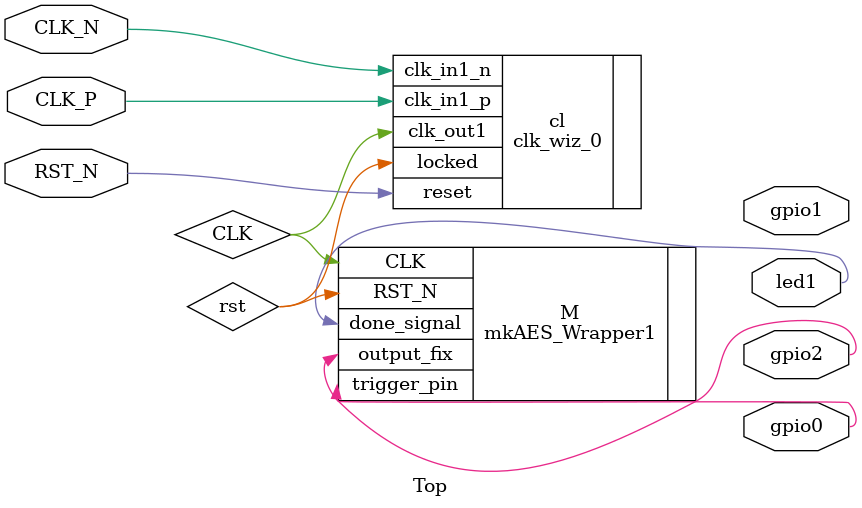
<source format=v>
`timescale 1ns / 1ps
/*
---------------------------------------------------------------------------------------------------------------------------------------------------------------------------------
%%%%%%%%%%%%%%%%%%%%%%%%%%%%%%%%%% MINI PROJECT: Side-Channel Analysis on Shakti's AES Accelerator %%%%%%%%%%%%%%%%%%%%%%%%%%%%%%%%%%

Module name(s): Top
Author name: Surya Prasad S (EE19B121)

Description: Top module to connect to the FPGA. Also contains clk_wizard. This file can also be found in the sub-directory Configuration_files under Normal_AES.


Usage:
1. Only change which maybe required is the module type for instantiation of module M.
2. For the FPGA, use input clock frequency as 200MHz and output as 5 MHz
---------------------------------------------------------------------------------------------------------------------------------------------------------------------------------
*/
`define WrapperModule mkAES_Wrapper1

module Top( 
    input CLK_P,
    input CLK_N,
    input RST_N,
    output gpio0,
    output gpio1,
    output gpio2,
    output led1
    ); 


    `WrapperModule M (.CLK(CLK),
        .RST_N(rst),
        .trigger_pin(gpio0),
        .output_fix(gpio2),         //Using only 1-bit is sufficient here
        .done_signal(led1));

    clk_wiz_0 cl (.clk_in1_p(CLK_P),
        .clk_in1_n(CLK_N),
        .clk_out1(CLK),
        .reset(RST_N),
        .locked(rst)); 
  
endmodule


</source>
